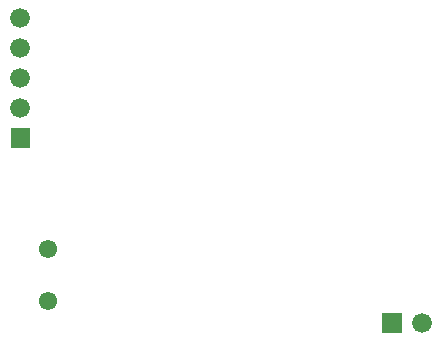
<source format=gbr>
G04 start of page 7 for group -4062 idx -4062 *
G04 Title: (unknown), soldermask *
G04 Creator: pcb 20140316 *
G04 CreationDate: Sun 15 Feb 2015 03:48:22 PM GMT UTC *
G04 For: jeroen *
G04 Format: Gerber/RS-274X *
G04 PCB-Dimensions (mil): 6000.00 5000.00 *
G04 PCB-Coordinate-Origin: lower left *
%MOIN*%
%FSLAX25Y25*%
%LNBOTTOMMASK*%
%ADD68C,0.0611*%
%ADD67C,0.0660*%
%ADD66C,0.0001*%
G54D66*G36*
X191976Y82985D02*Y76385D01*
X198576D01*
Y82985D01*
X191976D01*
G37*
G54D67*X195276Y89685D03*
Y99685D03*
Y109685D03*
Y119685D03*
G54D66*G36*
X315834Y21410D02*Y14810D01*
X322434D01*
Y21410D01*
X315834D01*
G37*
G54D67*X329134Y18110D03*
G54D68*X204331Y25591D03*
Y42913D03*
M02*

</source>
